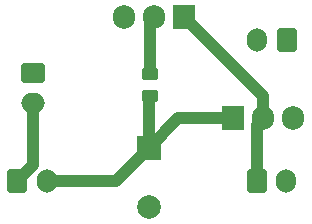
<source format=gbr>
%TF.GenerationSoftware,KiCad,Pcbnew,8.0.6-8.0.6-0~ubuntu24.04.1*%
%TF.CreationDate,2024-10-25T12:09:51+03:00*%
%TF.ProjectId,pss_v2_fan_block,7073735f-7632-45f6-9661-6e5f626c6f63,rev?*%
%TF.SameCoordinates,Original*%
%TF.FileFunction,Copper,L1,Top*%
%TF.FilePolarity,Positive*%
%FSLAX46Y46*%
G04 Gerber Fmt 4.6, Leading zero omitted, Abs format (unit mm)*
G04 Created by KiCad (PCBNEW 8.0.6-8.0.6-0~ubuntu24.04.1) date 2024-10-25 12:09:51*
%MOMM*%
%LPD*%
G01*
G04 APERTURE LIST*
G04 Aperture macros list*
%AMRoundRect*
0 Rectangle with rounded corners*
0 $1 Rounding radius*
0 $2 $3 $4 $5 $6 $7 $8 $9 X,Y pos of 4 corners*
0 Add a 4 corners polygon primitive as box body*
4,1,4,$2,$3,$4,$5,$6,$7,$8,$9,$2,$3,0*
0 Add four circle primitives for the rounded corners*
1,1,$1+$1,$2,$3*
1,1,$1+$1,$4,$5*
1,1,$1+$1,$6,$7*
1,1,$1+$1,$8,$9*
0 Add four rect primitives between the rounded corners*
20,1,$1+$1,$2,$3,$4,$5,0*
20,1,$1+$1,$4,$5,$6,$7,0*
20,1,$1+$1,$6,$7,$8,$9,0*
20,1,$1+$1,$8,$9,$2,$3,0*%
G04 Aperture macros list end*
%TA.AperFunction,ComponentPad*%
%ADD10RoundRect,0.250000X0.600000X0.750000X-0.600000X0.750000X-0.600000X-0.750000X0.600000X-0.750000X0*%
%TD*%
%TA.AperFunction,ComponentPad*%
%ADD11O,1.700000X2.000000*%
%TD*%
%TA.AperFunction,ComponentPad*%
%ADD12RoundRect,0.250000X-0.600000X-0.750000X0.600000X-0.750000X0.600000X0.750000X-0.600000X0.750000X0*%
%TD*%
%TA.AperFunction,SMDPad,CuDef*%
%ADD13RoundRect,0.250000X0.450000X-0.262500X0.450000X0.262500X-0.450000X0.262500X-0.450000X-0.262500X0*%
%TD*%
%TA.AperFunction,ComponentPad*%
%ADD14R,1.905000X2.000000*%
%TD*%
%TA.AperFunction,ComponentPad*%
%ADD15O,1.905000X2.000000*%
%TD*%
%TA.AperFunction,ComponentPad*%
%ADD16RoundRect,0.250000X-0.750000X0.600000X-0.750000X-0.600000X0.750000X-0.600000X0.750000X0.600000X0*%
%TD*%
%TA.AperFunction,ComponentPad*%
%ADD17O,2.000000X1.700000*%
%TD*%
%TA.AperFunction,ComponentPad*%
%ADD18R,2.000000X2.000000*%
%TD*%
%TA.AperFunction,ComponentPad*%
%ADD19C,2.000000*%
%TD*%
%TA.AperFunction,Conductor*%
%ADD20C,1.000000*%
%TD*%
G04 APERTURE END LIST*
D10*
%TO.P,SW2,1,1*%
%TO.N,GND*%
X85100000Y-76300000D03*
D11*
%TO.P,SW2,2,2*%
%TO.N,Net-(Q1-D)*%
X82600000Y-76300000D03*
%TD*%
D12*
%TO.P,SW1,1,1*%
%TO.N,VCC*%
X62300000Y-88200000D03*
D11*
%TO.P,SW1,2,2*%
%TO.N,Net-(Q2-G)*%
X64800000Y-88200000D03*
%TD*%
D13*
%TO.P,R1,1*%
%TO.N,Net-(Q2-G)*%
X73500000Y-81000000D03*
%TO.P,R1,2*%
%TO.N,Net-(Q1-D)*%
X73500000Y-79175000D03*
%TD*%
D14*
%TO.P,Q2,1,G*%
%TO.N,Net-(Q2-G)*%
X80560000Y-82900000D03*
D15*
%TO.P,Q2,2,D*%
%TO.N,Net-(J2-Pin_1)*%
X83100000Y-82900000D03*
%TO.P,Q2,3,S*%
%TO.N,GND*%
X85640000Y-82900000D03*
%TD*%
D14*
%TO.P,Q1,1,G*%
%TO.N,Net-(J2-Pin_1)*%
X76400000Y-74300000D03*
D15*
%TO.P,Q1,2,D*%
%TO.N,Net-(Q1-D)*%
X73860000Y-74300000D03*
%TO.P,Q1,3,S*%
%TO.N,GND*%
X71320000Y-74300000D03*
%TD*%
D12*
%TO.P,J2,1,Pin_1*%
%TO.N,Net-(J2-Pin_1)*%
X82550000Y-88175000D03*
D11*
%TO.P,J2,2,Pin_2*%
%TO.N,VCC*%
X85050000Y-88175000D03*
%TD*%
D16*
%TO.P,J1,1,Pin_1*%
%TO.N,GND*%
X63600000Y-79100000D03*
D17*
%TO.P,J1,2,Pin_2*%
%TO.N,VCC*%
X63600000Y-81600000D03*
%TD*%
D18*
%TO.P,C1,1*%
%TO.N,Net-(Q2-G)*%
X73400000Y-85400000D03*
D19*
%TO.P,C1,2*%
%TO.N,GND*%
X73400000Y-90400000D03*
%TD*%
D20*
%TO.N,VCC*%
X63600000Y-81600000D02*
X63600000Y-86900000D01*
X63600000Y-86900000D02*
X62300000Y-88200000D01*
%TO.N,Net-(J2-Pin_1)*%
X82550000Y-88175000D02*
X82550000Y-83450000D01*
X82550000Y-83450000D02*
X83100000Y-82900000D01*
%TO.N,Net-(Q2-G)*%
X80560000Y-82900000D02*
X75900000Y-82900000D01*
X75900000Y-82900000D02*
X73400000Y-85400000D01*
%TO.N,Net-(J2-Pin_1)*%
X76400000Y-74300000D02*
X83100000Y-81000000D01*
X83100000Y-81000000D02*
X83100000Y-82900000D01*
%TO.N,Net-(Q1-D)*%
X73500000Y-79175000D02*
X73500000Y-74660000D01*
X73500000Y-74660000D02*
X73860000Y-74300000D01*
%TO.N,Net-(Q2-G)*%
X73400000Y-85400000D02*
X73400000Y-81100000D01*
X73400000Y-81100000D02*
X73500000Y-81000000D01*
X64800000Y-88200000D02*
X70600000Y-88200000D01*
X70600000Y-88200000D02*
X73400000Y-85400000D01*
%TD*%
M02*

</source>
